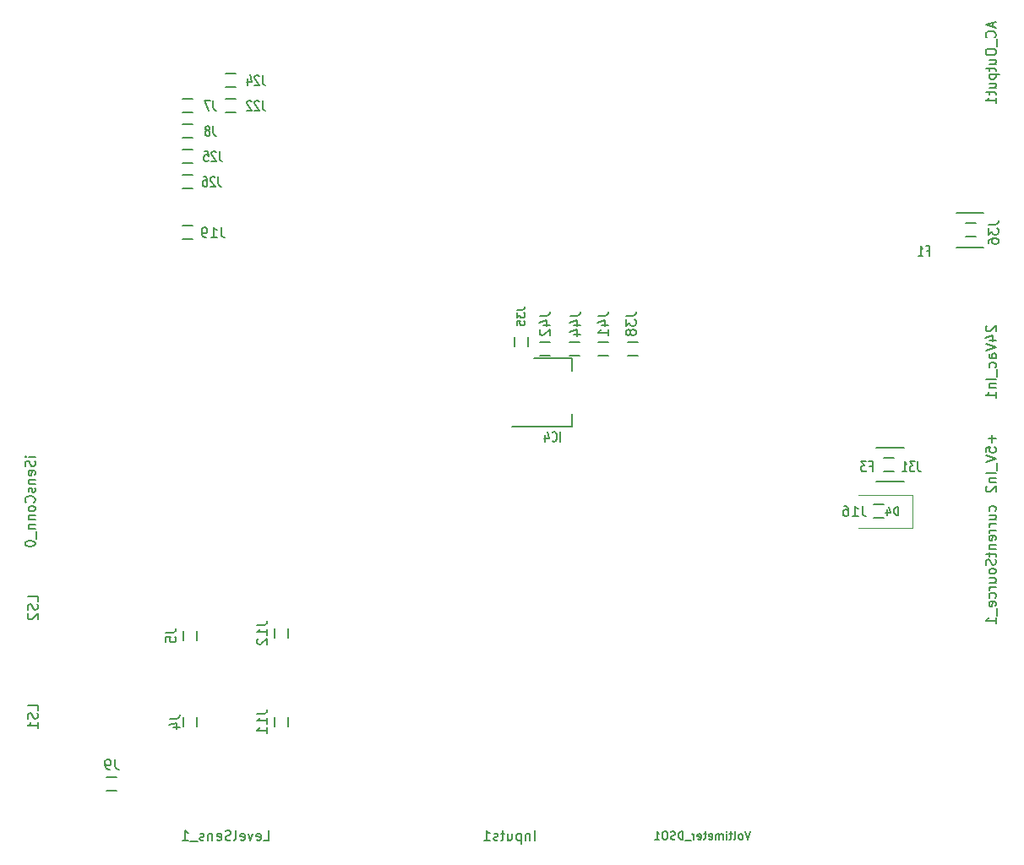
<source format=gbr>
G04 #@! TF.GenerationSoftware,KiCad,Pcbnew,5.1.9-73d0e3b20d~88~ubuntu20.04.1*
G04 #@! TF.CreationDate,2021-03-09T21:18:06-03:00*
G04 #@! TF.ProjectId,std_board,7374645f-626f-4617-9264-2e6b69636164,rev?*
G04 #@! TF.SameCoordinates,Original*
G04 #@! TF.FileFunction,Legend,Bot*
G04 #@! TF.FilePolarity,Positive*
%FSLAX46Y46*%
G04 Gerber Fmt 4.6, Leading zero omitted, Abs format (unit mm)*
G04 Created by KiCad (PCBNEW 5.1.9-73d0e3b20d~88~ubuntu20.04.1) date 2021-03-09 21:18:06*
%MOMM*%
%LPD*%
G01*
G04 APERTURE LIST*
%ADD10C,0.150000*%
%ADD11C,0.140000*%
%ADD12C,0.120000*%
%ADD13C,0.152400*%
G04 APERTURE END LIST*
D10*
X85765000Y-64175000D02*
X86765000Y-64175000D01*
X86765000Y-62825000D02*
X85765000Y-62825000D01*
X16597000Y-75446000D02*
X16597000Y-76446000D01*
X17947000Y-76446000D02*
X17947000Y-75446000D01*
X16597000Y-84082000D02*
X16597000Y-85082000D01*
X17947000Y-85082000D02*
X17947000Y-84082000D01*
D11*
X86749000Y-59476000D02*
X87749000Y-59476000D01*
X87749000Y-58126000D02*
X86749000Y-58126000D01*
D10*
X25741000Y-84082000D02*
X25741000Y-85082000D01*
X27091000Y-85082000D02*
X27091000Y-84082000D01*
X25741000Y-75192000D02*
X25741000Y-76192000D01*
X27091000Y-76192000D02*
X27091000Y-75192000D01*
D12*
X89665000Y-61850000D02*
X84265000Y-61850000D01*
X89665000Y-65150000D02*
X84265000Y-65150000D01*
X89665000Y-61850000D02*
X89665000Y-65150000D01*
D10*
X49744000Y-45982000D02*
X49744000Y-46982000D01*
X51094000Y-46982000D02*
X51094000Y-45982000D01*
D11*
X49494000Y-54972000D02*
X55504000Y-54972000D01*
X51744000Y-48152000D02*
X55504000Y-48152000D01*
X55504000Y-54972000D02*
X55504000Y-53712000D01*
X55504000Y-48152000D02*
X55504000Y-49412000D01*
X16518000Y-23535000D02*
X17518000Y-23535000D01*
X17518000Y-22185000D02*
X16518000Y-22185000D01*
X17518000Y-24725000D02*
X16518000Y-24725000D01*
X16518000Y-26075000D02*
X17518000Y-26075000D01*
D10*
X9898000Y-90130000D02*
X8898000Y-90130000D01*
X8898000Y-91480000D02*
X9898000Y-91480000D01*
D11*
X21836000Y-22185000D02*
X20836000Y-22185000D01*
X20836000Y-23535000D02*
X21836000Y-23535000D01*
X20836000Y-20995000D02*
X21836000Y-20995000D01*
X21836000Y-19645000D02*
X20836000Y-19645000D01*
X16518000Y-28615000D02*
X17518000Y-28615000D01*
X17518000Y-27265000D02*
X16518000Y-27265000D01*
X86011248Y-60511000D02*
X88783752Y-60511000D01*
X86011248Y-57091000D02*
X88783752Y-57091000D01*
X94012248Y-33596000D02*
X96784752Y-33596000D01*
X94012248Y-37016000D02*
X96784752Y-37016000D01*
X16518000Y-31155000D02*
X17518000Y-31155000D01*
X17518000Y-29805000D02*
X16518000Y-29805000D01*
D10*
X95004000Y-35981000D02*
X96004000Y-35981000D01*
X96004000Y-34631000D02*
X95004000Y-34631000D01*
X62095000Y-46569000D02*
X61095000Y-46569000D01*
X61095000Y-47919000D02*
X62095000Y-47919000D01*
X53332000Y-46569000D02*
X52332000Y-46569000D01*
X52332000Y-47919000D02*
X53332000Y-47919000D01*
X58174000Y-47919000D02*
X59174000Y-47919000D01*
X59174000Y-46569000D02*
X58174000Y-46569000D01*
X55253000Y-47919000D02*
X56253000Y-47919000D01*
X56253000Y-46569000D02*
X55253000Y-46569000D01*
X17518000Y-34885000D02*
X16518000Y-34885000D01*
X16518000Y-36235000D02*
X17518000Y-36235000D01*
D13*
X84629523Y-62952380D02*
X84629523Y-63666666D01*
X84677142Y-63809523D01*
X84772380Y-63904761D01*
X84915238Y-63952380D01*
X85010476Y-63952380D01*
X83629523Y-63952380D02*
X84200952Y-63952380D01*
X83915238Y-63952380D02*
X83915238Y-62952380D01*
X84010476Y-63095238D01*
X84105714Y-63190476D01*
X84200952Y-63238095D01*
X82772380Y-62952380D02*
X82962857Y-62952380D01*
X83058095Y-63000000D01*
X83105714Y-63047619D01*
X83200952Y-63190476D01*
X83248571Y-63380952D01*
X83248571Y-63761904D01*
X83200952Y-63857142D01*
X83153333Y-63904761D01*
X83058095Y-63952380D01*
X82867619Y-63952380D01*
X82772380Y-63904761D01*
X82724761Y-63857142D01*
X82677142Y-63761904D01*
X82677142Y-63523809D01*
X82724761Y-63428571D01*
X82772380Y-63380952D01*
X82867619Y-63333333D01*
X83058095Y-63333333D01*
X83153333Y-63380952D01*
X83200952Y-63428571D01*
X83248571Y-63523809D01*
X14824380Y-75612666D02*
X15538666Y-75612666D01*
X15681523Y-75565047D01*
X15776761Y-75469809D01*
X15824380Y-75326952D01*
X15824380Y-75231714D01*
X14824380Y-76565047D02*
X14824380Y-76088857D01*
X15300571Y-76041238D01*
X15252952Y-76088857D01*
X15205333Y-76184095D01*
X15205333Y-76422190D01*
X15252952Y-76517428D01*
X15300571Y-76565047D01*
X15395809Y-76612666D01*
X15633904Y-76612666D01*
X15729142Y-76565047D01*
X15776761Y-76517428D01*
X15824380Y-76422190D01*
X15824380Y-76184095D01*
X15776761Y-76088857D01*
X15729142Y-76041238D01*
X15200380Y-84248666D02*
X15914666Y-84248666D01*
X16057523Y-84201047D01*
X16152761Y-84105809D01*
X16200380Y-83962952D01*
X16200380Y-83867714D01*
X15533714Y-85153428D02*
X16200380Y-85153428D01*
X15152761Y-84915333D02*
X15867047Y-84677238D01*
X15867047Y-85296285D01*
X90182619Y-58507380D02*
X90182619Y-59221666D01*
X90220714Y-59364523D01*
X90296904Y-59459761D01*
X90411190Y-59507380D01*
X90487380Y-59507380D01*
X89877857Y-58507380D02*
X89382619Y-58507380D01*
X89649285Y-58888333D01*
X89535000Y-58888333D01*
X89458809Y-58935952D01*
X89420714Y-58983571D01*
X89382619Y-59078809D01*
X89382619Y-59316904D01*
X89420714Y-59412142D01*
X89458809Y-59459761D01*
X89535000Y-59507380D01*
X89763571Y-59507380D01*
X89839761Y-59459761D01*
X89877857Y-59412142D01*
X88620714Y-59507380D02*
X89077857Y-59507380D01*
X88849285Y-59507380D02*
X88849285Y-58507380D01*
X88925476Y-58650238D01*
X89001666Y-58745476D01*
X89077857Y-58793095D01*
X23968380Y-83772476D02*
X24682666Y-83772476D01*
X24825523Y-83724857D01*
X24920761Y-83629619D01*
X24968380Y-83486761D01*
X24968380Y-83391523D01*
X24968380Y-84772476D02*
X24968380Y-84201047D01*
X24968380Y-84486761D02*
X23968380Y-84486761D01*
X24111238Y-84391523D01*
X24206476Y-84296285D01*
X24254095Y-84201047D01*
X24968380Y-85724857D02*
X24968380Y-85153428D01*
X24968380Y-85439142D02*
X23968380Y-85439142D01*
X24111238Y-85343904D01*
X24206476Y-85248666D01*
X24254095Y-85153428D01*
X23968380Y-74882476D02*
X24682666Y-74882476D01*
X24825523Y-74834857D01*
X24920761Y-74739619D01*
X24968380Y-74596761D01*
X24968380Y-74501523D01*
X24968380Y-75882476D02*
X24968380Y-75311047D01*
X24968380Y-75596761D02*
X23968380Y-75596761D01*
X24111238Y-75501523D01*
X24206476Y-75406285D01*
X24254095Y-75311047D01*
X24063619Y-76263428D02*
X24016000Y-76311047D01*
X23968380Y-76406285D01*
X23968380Y-76644380D01*
X24016000Y-76739619D01*
X24063619Y-76787238D01*
X24158857Y-76834857D01*
X24254095Y-76834857D01*
X24396952Y-76787238D01*
X24968380Y-76215809D01*
X24968380Y-76834857D01*
D10*
X88220476Y-63861904D02*
X88220476Y-63061904D01*
X88030000Y-63061904D01*
X87915714Y-63100000D01*
X87839523Y-63176190D01*
X87801428Y-63252380D01*
X87763333Y-63404761D01*
X87763333Y-63519047D01*
X87801428Y-63671428D01*
X87839523Y-63747619D01*
X87915714Y-63823809D01*
X88030000Y-63861904D01*
X88220476Y-63861904D01*
X87077619Y-63328571D02*
X87077619Y-63861904D01*
X87268095Y-63023809D02*
X87458571Y-63595238D01*
X86963333Y-63595238D01*
D13*
X49980904Y-43294380D02*
X50552333Y-43294380D01*
X50666619Y-43256285D01*
X50742809Y-43180095D01*
X50780904Y-43065809D01*
X50780904Y-42989619D01*
X49980904Y-43599142D02*
X49980904Y-44094380D01*
X50285666Y-43827714D01*
X50285666Y-43942000D01*
X50323761Y-44018190D01*
X50361857Y-44056285D01*
X50438047Y-44094380D01*
X50628523Y-44094380D01*
X50704714Y-44056285D01*
X50742809Y-44018190D01*
X50780904Y-43942000D01*
X50780904Y-43713428D01*
X50742809Y-43637238D01*
X50704714Y-43599142D01*
X49980904Y-44818190D02*
X49980904Y-44437238D01*
X50361857Y-44399142D01*
X50323761Y-44437238D01*
X50285666Y-44513428D01*
X50285666Y-44703904D01*
X50323761Y-44780095D01*
X50361857Y-44818190D01*
X50438047Y-44856285D01*
X50628523Y-44856285D01*
X50704714Y-44818190D01*
X50742809Y-44780095D01*
X50780904Y-44703904D01*
X50780904Y-44513428D01*
X50742809Y-44437238D01*
X50704714Y-44399142D01*
D10*
X54374952Y-56514380D02*
X54374952Y-55514380D01*
X53536857Y-56419142D02*
X53574952Y-56466761D01*
X53689238Y-56514380D01*
X53765428Y-56514380D01*
X53879714Y-56466761D01*
X53955904Y-56371523D01*
X53994000Y-56276285D01*
X54032095Y-56085809D01*
X54032095Y-55942952D01*
X53994000Y-55752476D01*
X53955904Y-55657238D01*
X53879714Y-55562000D01*
X53765428Y-55514380D01*
X53689238Y-55514380D01*
X53574952Y-55562000D01*
X53536857Y-55609619D01*
X52851142Y-55847714D02*
X52851142Y-56514380D01*
X53041619Y-55466761D02*
X53232095Y-56181047D01*
X52736857Y-56181047D01*
D13*
X19570666Y-22312380D02*
X19570666Y-23026666D01*
X19608761Y-23169523D01*
X19684952Y-23264761D01*
X19799238Y-23312380D01*
X19875428Y-23312380D01*
X19265904Y-22312380D02*
X18732571Y-22312380D01*
X19075428Y-23312380D01*
X19570666Y-24852380D02*
X19570666Y-25566666D01*
X19608761Y-25709523D01*
X19684952Y-25804761D01*
X19799238Y-25852380D01*
X19875428Y-25852380D01*
X19075428Y-25280952D02*
X19151619Y-25233333D01*
X19189714Y-25185714D01*
X19227809Y-25090476D01*
X19227809Y-25042857D01*
X19189714Y-24947619D01*
X19151619Y-24900000D01*
X19075428Y-24852380D01*
X18923047Y-24852380D01*
X18846857Y-24900000D01*
X18808761Y-24947619D01*
X18770666Y-25042857D01*
X18770666Y-25090476D01*
X18808761Y-25185714D01*
X18846857Y-25233333D01*
X18923047Y-25280952D01*
X19075428Y-25280952D01*
X19151619Y-25328571D01*
X19189714Y-25376190D01*
X19227809Y-25471428D01*
X19227809Y-25661904D01*
X19189714Y-25757142D01*
X19151619Y-25804761D01*
X19075428Y-25852380D01*
X18923047Y-25852380D01*
X18846857Y-25804761D01*
X18808761Y-25757142D01*
X18770666Y-25661904D01*
X18770666Y-25471428D01*
X18808761Y-25376190D01*
X18846857Y-25328571D01*
X18923047Y-25280952D01*
X9731333Y-88357380D02*
X9731333Y-89071666D01*
X9778952Y-89214523D01*
X9874190Y-89309761D01*
X10017047Y-89357380D01*
X10112285Y-89357380D01*
X9207523Y-89357380D02*
X9017047Y-89357380D01*
X8921809Y-89309761D01*
X8874190Y-89262142D01*
X8778952Y-89119285D01*
X8731333Y-88928809D01*
X8731333Y-88547857D01*
X8778952Y-88452619D01*
X8826571Y-88405000D01*
X8921809Y-88357380D01*
X9112285Y-88357380D01*
X9207523Y-88405000D01*
X9255142Y-88452619D01*
X9302761Y-88547857D01*
X9302761Y-88785952D01*
X9255142Y-88881190D01*
X9207523Y-88928809D01*
X9112285Y-88976428D01*
X8921809Y-88976428D01*
X8826571Y-88928809D01*
X8778952Y-88881190D01*
X8731333Y-88785952D01*
X24523619Y-22312380D02*
X24523619Y-23026666D01*
X24561714Y-23169523D01*
X24637904Y-23264761D01*
X24752190Y-23312380D01*
X24828380Y-23312380D01*
X24180761Y-22407619D02*
X24142666Y-22360000D01*
X24066476Y-22312380D01*
X23876000Y-22312380D01*
X23799809Y-22360000D01*
X23761714Y-22407619D01*
X23723619Y-22502857D01*
X23723619Y-22598095D01*
X23761714Y-22740952D01*
X24218857Y-23312380D01*
X23723619Y-23312380D01*
X23418857Y-22407619D02*
X23380761Y-22360000D01*
X23304571Y-22312380D01*
X23114095Y-22312380D01*
X23037904Y-22360000D01*
X22999809Y-22407619D01*
X22961714Y-22502857D01*
X22961714Y-22598095D01*
X22999809Y-22740952D01*
X23456952Y-23312380D01*
X22961714Y-23312380D01*
X24523619Y-19772380D02*
X24523619Y-20486666D01*
X24561714Y-20629523D01*
X24637904Y-20724761D01*
X24752190Y-20772380D01*
X24828380Y-20772380D01*
X24180761Y-19867619D02*
X24142666Y-19820000D01*
X24066476Y-19772380D01*
X23876000Y-19772380D01*
X23799809Y-19820000D01*
X23761714Y-19867619D01*
X23723619Y-19962857D01*
X23723619Y-20058095D01*
X23761714Y-20200952D01*
X24218857Y-20772380D01*
X23723619Y-20772380D01*
X23037904Y-20105714D02*
X23037904Y-20772380D01*
X23228380Y-19724761D02*
X23418857Y-20439047D01*
X22923619Y-20439047D01*
X20205619Y-27392380D02*
X20205619Y-28106666D01*
X20243714Y-28249523D01*
X20319904Y-28344761D01*
X20434190Y-28392380D01*
X20510380Y-28392380D01*
X19862761Y-27487619D02*
X19824666Y-27440000D01*
X19748476Y-27392380D01*
X19558000Y-27392380D01*
X19481809Y-27440000D01*
X19443714Y-27487619D01*
X19405619Y-27582857D01*
X19405619Y-27678095D01*
X19443714Y-27820952D01*
X19900857Y-28392380D01*
X19405619Y-28392380D01*
X18681809Y-27392380D02*
X19062761Y-27392380D01*
X19100857Y-27868571D01*
X19062761Y-27820952D01*
X18986571Y-27773333D01*
X18796095Y-27773333D01*
X18719904Y-27820952D01*
X18681809Y-27868571D01*
X18643714Y-27963809D01*
X18643714Y-28201904D01*
X18681809Y-28297142D01*
X18719904Y-28344761D01*
X18796095Y-28392380D01*
X18986571Y-28392380D01*
X19062761Y-28344761D01*
X19100857Y-28297142D01*
D10*
X85356666Y-58983571D02*
X85623333Y-58983571D01*
X85623333Y-59507380D02*
X85623333Y-58507380D01*
X85242380Y-58507380D01*
X85013809Y-58507380D02*
X84518571Y-58507380D01*
X84785238Y-58888333D01*
X84670952Y-58888333D01*
X84594761Y-58935952D01*
X84556666Y-58983571D01*
X84518571Y-59078809D01*
X84518571Y-59316904D01*
X84556666Y-59412142D01*
X84594761Y-59459761D01*
X84670952Y-59507380D01*
X84899523Y-59507380D01*
X84975714Y-59459761D01*
X85013809Y-59412142D01*
X91071666Y-37393571D02*
X91338333Y-37393571D01*
X91338333Y-37917380D02*
X91338333Y-36917380D01*
X90957380Y-36917380D01*
X90233571Y-37917380D02*
X90690714Y-37917380D01*
X90462142Y-37917380D02*
X90462142Y-36917380D01*
X90538333Y-37060238D01*
X90614523Y-37155476D01*
X90690714Y-37203095D01*
D13*
X20078619Y-29932380D02*
X20078619Y-30646666D01*
X20116714Y-30789523D01*
X20192904Y-30884761D01*
X20307190Y-30932380D01*
X20383380Y-30932380D01*
X19735761Y-30027619D02*
X19697666Y-29980000D01*
X19621476Y-29932380D01*
X19431000Y-29932380D01*
X19354809Y-29980000D01*
X19316714Y-30027619D01*
X19278619Y-30122857D01*
X19278619Y-30218095D01*
X19316714Y-30360952D01*
X19773857Y-30932380D01*
X19278619Y-30932380D01*
X18592904Y-29932380D02*
X18745285Y-29932380D01*
X18821476Y-29980000D01*
X18859571Y-30027619D01*
X18935761Y-30170476D01*
X18973857Y-30360952D01*
X18973857Y-30741904D01*
X18935761Y-30837142D01*
X18897666Y-30884761D01*
X18821476Y-30932380D01*
X18669095Y-30932380D01*
X18592904Y-30884761D01*
X18554809Y-30837142D01*
X18516714Y-30741904D01*
X18516714Y-30503809D01*
X18554809Y-30408571D01*
X18592904Y-30360952D01*
X18669095Y-30313333D01*
X18821476Y-30313333D01*
X18897666Y-30360952D01*
X18935761Y-30408571D01*
X18973857Y-30503809D01*
D10*
X97607428Y-55840666D02*
X97607428Y-56602571D01*
X97988380Y-56221619D02*
X97226476Y-56221619D01*
X96988380Y-57554952D02*
X96988380Y-57078761D01*
X97464571Y-57031142D01*
X97416952Y-57078761D01*
X97369333Y-57174000D01*
X97369333Y-57412095D01*
X97416952Y-57507333D01*
X97464571Y-57554952D01*
X97559809Y-57602571D01*
X97797904Y-57602571D01*
X97893142Y-57554952D01*
X97940761Y-57507333D01*
X97988380Y-57412095D01*
X97988380Y-57174000D01*
X97940761Y-57078761D01*
X97893142Y-57031142D01*
X96988380Y-57888285D02*
X97988380Y-58221619D01*
X96988380Y-58554952D01*
X98083619Y-58650190D02*
X98083619Y-59412095D01*
X97988380Y-59650190D02*
X96988380Y-59650190D01*
X97321714Y-60126380D02*
X97988380Y-60126380D01*
X97416952Y-60126380D02*
X97369333Y-60174000D01*
X97321714Y-60269238D01*
X97321714Y-60412095D01*
X97369333Y-60507333D01*
X97464571Y-60554952D01*
X97988380Y-60554952D01*
X97083619Y-60983523D02*
X97036000Y-61031142D01*
X96988380Y-61126380D01*
X96988380Y-61364476D01*
X97036000Y-61459714D01*
X97083619Y-61507333D01*
X97178857Y-61554952D01*
X97274095Y-61554952D01*
X97416952Y-61507333D01*
X97988380Y-60935904D01*
X97988380Y-61554952D01*
X97083619Y-44894952D02*
X97036000Y-44942571D01*
X96988380Y-45037809D01*
X96988380Y-45275904D01*
X97036000Y-45371142D01*
X97083619Y-45418761D01*
X97178857Y-45466380D01*
X97274095Y-45466380D01*
X97416952Y-45418761D01*
X97988380Y-44847333D01*
X97988380Y-45466380D01*
X97321714Y-46323523D02*
X97988380Y-46323523D01*
X96940761Y-46085428D02*
X97655047Y-45847333D01*
X97655047Y-46466380D01*
X96988380Y-46704476D02*
X97988380Y-47037809D01*
X96988380Y-47371142D01*
X97988380Y-48133047D02*
X97464571Y-48133047D01*
X97369333Y-48085428D01*
X97321714Y-47990190D01*
X97321714Y-47799714D01*
X97369333Y-47704476D01*
X97940761Y-48133047D02*
X97988380Y-48037809D01*
X97988380Y-47799714D01*
X97940761Y-47704476D01*
X97845523Y-47656857D01*
X97750285Y-47656857D01*
X97655047Y-47704476D01*
X97607428Y-47799714D01*
X97607428Y-48037809D01*
X97559809Y-48133047D01*
X97940761Y-49037809D02*
X97988380Y-48942571D01*
X97988380Y-48752095D01*
X97940761Y-48656857D01*
X97893142Y-48609238D01*
X97797904Y-48561619D01*
X97512190Y-48561619D01*
X97416952Y-48609238D01*
X97369333Y-48656857D01*
X97321714Y-48752095D01*
X97321714Y-48942571D01*
X97369333Y-49037809D01*
X98083619Y-49228285D02*
X98083619Y-49990190D01*
X97988380Y-50228285D02*
X96988380Y-50228285D01*
X97321714Y-50704476D02*
X97988380Y-50704476D01*
X97416952Y-50704476D02*
X97369333Y-50752095D01*
X97321714Y-50847333D01*
X97321714Y-50990190D01*
X97369333Y-51085428D01*
X97464571Y-51133047D01*
X97988380Y-51133047D01*
X97988380Y-52133047D02*
X97988380Y-51561619D01*
X97988380Y-51847333D02*
X96988380Y-51847333D01*
X97131238Y-51752095D01*
X97226476Y-51656857D01*
X97274095Y-51561619D01*
X97702666Y-14494380D02*
X97702666Y-14970571D01*
X97988380Y-14399142D02*
X96988380Y-14732476D01*
X97988380Y-15065809D01*
X97893142Y-15970571D02*
X97940761Y-15922952D01*
X97988380Y-15780095D01*
X97988380Y-15684857D01*
X97940761Y-15542000D01*
X97845523Y-15446761D01*
X97750285Y-15399142D01*
X97559809Y-15351523D01*
X97416952Y-15351523D01*
X97226476Y-15399142D01*
X97131238Y-15446761D01*
X97036000Y-15542000D01*
X96988380Y-15684857D01*
X96988380Y-15780095D01*
X97036000Y-15922952D01*
X97083619Y-15970571D01*
X98083619Y-16161047D02*
X98083619Y-16922952D01*
X96988380Y-17351523D02*
X96988380Y-17542000D01*
X97036000Y-17637238D01*
X97131238Y-17732476D01*
X97321714Y-17780095D01*
X97655047Y-17780095D01*
X97845523Y-17732476D01*
X97940761Y-17637238D01*
X97988380Y-17542000D01*
X97988380Y-17351523D01*
X97940761Y-17256285D01*
X97845523Y-17161047D01*
X97655047Y-17113428D01*
X97321714Y-17113428D01*
X97131238Y-17161047D01*
X97036000Y-17256285D01*
X96988380Y-17351523D01*
X97321714Y-18637238D02*
X97988380Y-18637238D01*
X97321714Y-18208666D02*
X97845523Y-18208666D01*
X97940761Y-18256285D01*
X97988380Y-18351523D01*
X97988380Y-18494380D01*
X97940761Y-18589619D01*
X97893142Y-18637238D01*
X97321714Y-18970571D02*
X97321714Y-19351523D01*
X96988380Y-19113428D02*
X97845523Y-19113428D01*
X97940761Y-19161047D01*
X97988380Y-19256285D01*
X97988380Y-19351523D01*
X97321714Y-19684857D02*
X98321714Y-19684857D01*
X97369333Y-19684857D02*
X97321714Y-19780095D01*
X97321714Y-19970571D01*
X97369333Y-20065809D01*
X97416952Y-20113428D01*
X97512190Y-20161047D01*
X97797904Y-20161047D01*
X97893142Y-20113428D01*
X97940761Y-20065809D01*
X97988380Y-19970571D01*
X97988380Y-19780095D01*
X97940761Y-19684857D01*
X97321714Y-21018190D02*
X97988380Y-21018190D01*
X97321714Y-20589619D02*
X97845523Y-20589619D01*
X97940761Y-20637238D01*
X97988380Y-20732476D01*
X97988380Y-20875333D01*
X97940761Y-20970571D01*
X97893142Y-21018190D01*
X97321714Y-21351523D02*
X97321714Y-21732476D01*
X96988380Y-21494380D02*
X97845523Y-21494380D01*
X97940761Y-21542000D01*
X97988380Y-21637238D01*
X97988380Y-21732476D01*
X97988380Y-22589619D02*
X97988380Y-22018190D01*
X97988380Y-22303904D02*
X96988380Y-22303904D01*
X97131238Y-22208666D01*
X97226476Y-22113428D01*
X97274095Y-22018190D01*
X97940761Y-63429238D02*
X97988380Y-63334000D01*
X97988380Y-63143523D01*
X97940761Y-63048285D01*
X97893142Y-63000666D01*
X97797904Y-62953047D01*
X97512190Y-62953047D01*
X97416952Y-63000666D01*
X97369333Y-63048285D01*
X97321714Y-63143523D01*
X97321714Y-63334000D01*
X97369333Y-63429238D01*
X97321714Y-64286380D02*
X97988380Y-64286380D01*
X97321714Y-63857809D02*
X97845523Y-63857809D01*
X97940761Y-63905428D01*
X97988380Y-64000666D01*
X97988380Y-64143523D01*
X97940761Y-64238761D01*
X97893142Y-64286380D01*
X97988380Y-64762571D02*
X97321714Y-64762571D01*
X97512190Y-64762571D02*
X97416952Y-64810190D01*
X97369333Y-64857809D01*
X97321714Y-64953047D01*
X97321714Y-65048285D01*
X97988380Y-65381619D02*
X97321714Y-65381619D01*
X97512190Y-65381619D02*
X97416952Y-65429238D01*
X97369333Y-65476857D01*
X97321714Y-65572095D01*
X97321714Y-65667333D01*
X97940761Y-66381619D02*
X97988380Y-66286380D01*
X97988380Y-66095904D01*
X97940761Y-66000666D01*
X97845523Y-65953047D01*
X97464571Y-65953047D01*
X97369333Y-66000666D01*
X97321714Y-66095904D01*
X97321714Y-66286380D01*
X97369333Y-66381619D01*
X97464571Y-66429238D01*
X97559809Y-66429238D01*
X97655047Y-65953047D01*
X97321714Y-66857809D02*
X97988380Y-66857809D01*
X97416952Y-66857809D02*
X97369333Y-66905428D01*
X97321714Y-67000666D01*
X97321714Y-67143523D01*
X97369333Y-67238761D01*
X97464571Y-67286380D01*
X97988380Y-67286380D01*
X97321714Y-67619714D02*
X97321714Y-68000666D01*
X96988380Y-67762571D02*
X97845523Y-67762571D01*
X97940761Y-67810190D01*
X97988380Y-67905428D01*
X97988380Y-68000666D01*
X97940761Y-68286380D02*
X97988380Y-68429238D01*
X97988380Y-68667333D01*
X97940761Y-68762571D01*
X97893142Y-68810190D01*
X97797904Y-68857809D01*
X97702666Y-68857809D01*
X97607428Y-68810190D01*
X97559809Y-68762571D01*
X97512190Y-68667333D01*
X97464571Y-68476857D01*
X97416952Y-68381619D01*
X97369333Y-68334000D01*
X97274095Y-68286380D01*
X97178857Y-68286380D01*
X97083619Y-68334000D01*
X97036000Y-68381619D01*
X96988380Y-68476857D01*
X96988380Y-68714952D01*
X97036000Y-68857809D01*
X97988380Y-69429238D02*
X97940761Y-69334000D01*
X97893142Y-69286380D01*
X97797904Y-69238761D01*
X97512190Y-69238761D01*
X97416952Y-69286380D01*
X97369333Y-69334000D01*
X97321714Y-69429238D01*
X97321714Y-69572095D01*
X97369333Y-69667333D01*
X97416952Y-69714952D01*
X97512190Y-69762571D01*
X97797904Y-69762571D01*
X97893142Y-69714952D01*
X97940761Y-69667333D01*
X97988380Y-69572095D01*
X97988380Y-69429238D01*
X97321714Y-70619714D02*
X97988380Y-70619714D01*
X97321714Y-70191142D02*
X97845523Y-70191142D01*
X97940761Y-70238761D01*
X97988380Y-70334000D01*
X97988380Y-70476857D01*
X97940761Y-70572095D01*
X97893142Y-70619714D01*
X97988380Y-71095904D02*
X97321714Y-71095904D01*
X97512190Y-71095904D02*
X97416952Y-71143523D01*
X97369333Y-71191142D01*
X97321714Y-71286380D01*
X97321714Y-71381619D01*
X97940761Y-72143523D02*
X97988380Y-72048285D01*
X97988380Y-71857809D01*
X97940761Y-71762571D01*
X97893142Y-71714952D01*
X97797904Y-71667333D01*
X97512190Y-71667333D01*
X97416952Y-71714952D01*
X97369333Y-71762571D01*
X97321714Y-71857809D01*
X97321714Y-72048285D01*
X97369333Y-72143523D01*
X97940761Y-72953047D02*
X97988380Y-72857809D01*
X97988380Y-72667333D01*
X97940761Y-72572095D01*
X97845523Y-72524476D01*
X97464571Y-72524476D01*
X97369333Y-72572095D01*
X97321714Y-72667333D01*
X97321714Y-72857809D01*
X97369333Y-72953047D01*
X97464571Y-73000666D01*
X97559809Y-73000666D01*
X97655047Y-72524476D01*
X98083619Y-73191142D02*
X98083619Y-73953047D01*
X97988380Y-74714952D02*
X97988380Y-74143523D01*
X97988380Y-74429238D02*
X96988380Y-74429238D01*
X97131238Y-74334000D01*
X97226476Y-74238761D01*
X97274095Y-74143523D01*
X24637523Y-96464380D02*
X25113714Y-96464380D01*
X25113714Y-95464380D01*
X23923238Y-96416761D02*
X24018476Y-96464380D01*
X24208952Y-96464380D01*
X24304190Y-96416761D01*
X24351809Y-96321523D01*
X24351809Y-95940571D01*
X24304190Y-95845333D01*
X24208952Y-95797714D01*
X24018476Y-95797714D01*
X23923238Y-95845333D01*
X23875619Y-95940571D01*
X23875619Y-96035809D01*
X24351809Y-96131047D01*
X23542285Y-95797714D02*
X23304190Y-96464380D01*
X23066095Y-95797714D01*
X22304190Y-96416761D02*
X22399428Y-96464380D01*
X22589904Y-96464380D01*
X22685142Y-96416761D01*
X22732761Y-96321523D01*
X22732761Y-95940571D01*
X22685142Y-95845333D01*
X22589904Y-95797714D01*
X22399428Y-95797714D01*
X22304190Y-95845333D01*
X22256571Y-95940571D01*
X22256571Y-96035809D01*
X22732761Y-96131047D01*
X21685142Y-96464380D02*
X21780380Y-96416761D01*
X21828000Y-96321523D01*
X21828000Y-95464380D01*
X21351809Y-96416761D02*
X21208952Y-96464380D01*
X20970857Y-96464380D01*
X20875619Y-96416761D01*
X20828000Y-96369142D01*
X20780380Y-96273904D01*
X20780380Y-96178666D01*
X20828000Y-96083428D01*
X20875619Y-96035809D01*
X20970857Y-95988190D01*
X21161333Y-95940571D01*
X21256571Y-95892952D01*
X21304190Y-95845333D01*
X21351809Y-95750095D01*
X21351809Y-95654857D01*
X21304190Y-95559619D01*
X21256571Y-95512000D01*
X21161333Y-95464380D01*
X20923238Y-95464380D01*
X20780380Y-95512000D01*
X19970857Y-96416761D02*
X20066095Y-96464380D01*
X20256571Y-96464380D01*
X20351809Y-96416761D01*
X20399428Y-96321523D01*
X20399428Y-95940571D01*
X20351809Y-95845333D01*
X20256571Y-95797714D01*
X20066095Y-95797714D01*
X19970857Y-95845333D01*
X19923238Y-95940571D01*
X19923238Y-96035809D01*
X20399428Y-96131047D01*
X19494666Y-95797714D02*
X19494666Y-96464380D01*
X19494666Y-95892952D02*
X19447047Y-95845333D01*
X19351809Y-95797714D01*
X19208952Y-95797714D01*
X19113714Y-95845333D01*
X19066095Y-95940571D01*
X19066095Y-96464380D01*
X18637523Y-96416761D02*
X18542285Y-96464380D01*
X18351809Y-96464380D01*
X18256571Y-96416761D01*
X18208952Y-96321523D01*
X18208952Y-96273904D01*
X18256571Y-96178666D01*
X18351809Y-96131047D01*
X18494666Y-96131047D01*
X18589904Y-96083428D01*
X18637523Y-95988190D01*
X18637523Y-95940571D01*
X18589904Y-95845333D01*
X18494666Y-95797714D01*
X18351809Y-95797714D01*
X18256571Y-95845333D01*
X18018476Y-96559619D02*
X17256571Y-96559619D01*
X16494666Y-96464380D02*
X17066095Y-96464380D01*
X16780380Y-96464380D02*
X16780380Y-95464380D01*
X16875619Y-95607238D01*
X16970857Y-95702476D01*
X17066095Y-95750095D01*
X73418095Y-95573904D02*
X73151428Y-96373904D01*
X72884761Y-95573904D01*
X72503809Y-96373904D02*
X72580000Y-96335809D01*
X72618095Y-96297714D01*
X72656190Y-96221523D01*
X72656190Y-95992952D01*
X72618095Y-95916761D01*
X72580000Y-95878666D01*
X72503809Y-95840571D01*
X72389523Y-95840571D01*
X72313333Y-95878666D01*
X72275238Y-95916761D01*
X72237142Y-95992952D01*
X72237142Y-96221523D01*
X72275238Y-96297714D01*
X72313333Y-96335809D01*
X72389523Y-96373904D01*
X72503809Y-96373904D01*
X71780000Y-96373904D02*
X71856190Y-96335809D01*
X71894285Y-96259619D01*
X71894285Y-95573904D01*
X71589523Y-95840571D02*
X71284761Y-95840571D01*
X71475238Y-95573904D02*
X71475238Y-96259619D01*
X71437142Y-96335809D01*
X71360952Y-96373904D01*
X71284761Y-96373904D01*
X71018095Y-96373904D02*
X71018095Y-95840571D01*
X71018095Y-95573904D02*
X71056190Y-95612000D01*
X71018095Y-95650095D01*
X70980000Y-95612000D01*
X71018095Y-95573904D01*
X71018095Y-95650095D01*
X70637142Y-96373904D02*
X70637142Y-95840571D01*
X70637142Y-95916761D02*
X70599047Y-95878666D01*
X70522857Y-95840571D01*
X70408571Y-95840571D01*
X70332380Y-95878666D01*
X70294285Y-95954857D01*
X70294285Y-96373904D01*
X70294285Y-95954857D02*
X70256190Y-95878666D01*
X70180000Y-95840571D01*
X70065714Y-95840571D01*
X69989523Y-95878666D01*
X69951428Y-95954857D01*
X69951428Y-96373904D01*
X69265714Y-96335809D02*
X69341904Y-96373904D01*
X69494285Y-96373904D01*
X69570476Y-96335809D01*
X69608571Y-96259619D01*
X69608571Y-95954857D01*
X69570476Y-95878666D01*
X69494285Y-95840571D01*
X69341904Y-95840571D01*
X69265714Y-95878666D01*
X69227619Y-95954857D01*
X69227619Y-96031047D01*
X69608571Y-96107238D01*
X68999047Y-95840571D02*
X68694285Y-95840571D01*
X68884761Y-95573904D02*
X68884761Y-96259619D01*
X68846666Y-96335809D01*
X68770476Y-96373904D01*
X68694285Y-96373904D01*
X68122857Y-96335809D02*
X68199047Y-96373904D01*
X68351428Y-96373904D01*
X68427619Y-96335809D01*
X68465714Y-96259619D01*
X68465714Y-95954857D01*
X68427619Y-95878666D01*
X68351428Y-95840571D01*
X68199047Y-95840571D01*
X68122857Y-95878666D01*
X68084761Y-95954857D01*
X68084761Y-96031047D01*
X68465714Y-96107238D01*
X67741904Y-96373904D02*
X67741904Y-95840571D01*
X67741904Y-95992952D02*
X67703809Y-95916761D01*
X67665714Y-95878666D01*
X67589523Y-95840571D01*
X67513333Y-95840571D01*
X67437142Y-96450095D02*
X66827619Y-96450095D01*
X66637142Y-96373904D02*
X66637142Y-95573904D01*
X66446666Y-95573904D01*
X66332380Y-95612000D01*
X66256190Y-95688190D01*
X66218095Y-95764380D01*
X66180000Y-95916761D01*
X66180000Y-96031047D01*
X66218095Y-96183428D01*
X66256190Y-96259619D01*
X66332380Y-96335809D01*
X66446666Y-96373904D01*
X66637142Y-96373904D01*
X65875238Y-96335809D02*
X65760952Y-96373904D01*
X65570476Y-96373904D01*
X65494285Y-96335809D01*
X65456190Y-96297714D01*
X65418095Y-96221523D01*
X65418095Y-96145333D01*
X65456190Y-96069142D01*
X65494285Y-96031047D01*
X65570476Y-95992952D01*
X65722857Y-95954857D01*
X65799047Y-95916761D01*
X65837142Y-95878666D01*
X65875238Y-95802476D01*
X65875238Y-95726285D01*
X65837142Y-95650095D01*
X65799047Y-95612000D01*
X65722857Y-95573904D01*
X65532380Y-95573904D01*
X65418095Y-95612000D01*
X64922857Y-95573904D02*
X64770476Y-95573904D01*
X64694285Y-95612000D01*
X64618095Y-95688190D01*
X64580000Y-95840571D01*
X64580000Y-96107238D01*
X64618095Y-96259619D01*
X64694285Y-96335809D01*
X64770476Y-96373904D01*
X64922857Y-96373904D01*
X64999047Y-96335809D01*
X65075238Y-96259619D01*
X65113333Y-96107238D01*
X65113333Y-95840571D01*
X65075238Y-95688190D01*
X64999047Y-95612000D01*
X64922857Y-95573904D01*
X63818095Y-96373904D02*
X64275238Y-96373904D01*
X64046666Y-96373904D02*
X64046666Y-95573904D01*
X64122857Y-95688190D01*
X64199047Y-95764380D01*
X64275238Y-95802476D01*
X1722380Y-58007809D02*
X1055714Y-58007809D01*
X722380Y-58007809D02*
X770000Y-57960190D01*
X817619Y-58007809D01*
X770000Y-58055428D01*
X722380Y-58007809D01*
X817619Y-58007809D01*
X1674761Y-58436380D02*
X1722380Y-58579238D01*
X1722380Y-58817333D01*
X1674761Y-58912571D01*
X1627142Y-58960190D01*
X1531904Y-59007809D01*
X1436666Y-59007809D01*
X1341428Y-58960190D01*
X1293809Y-58912571D01*
X1246190Y-58817333D01*
X1198571Y-58626857D01*
X1150952Y-58531619D01*
X1103333Y-58484000D01*
X1008095Y-58436380D01*
X912857Y-58436380D01*
X817619Y-58484000D01*
X770000Y-58531619D01*
X722380Y-58626857D01*
X722380Y-58864952D01*
X770000Y-59007809D01*
X1674761Y-59817333D02*
X1722380Y-59722095D01*
X1722380Y-59531619D01*
X1674761Y-59436380D01*
X1579523Y-59388761D01*
X1198571Y-59388761D01*
X1103333Y-59436380D01*
X1055714Y-59531619D01*
X1055714Y-59722095D01*
X1103333Y-59817333D01*
X1198571Y-59864952D01*
X1293809Y-59864952D01*
X1389047Y-59388761D01*
X1055714Y-60293523D02*
X1722380Y-60293523D01*
X1150952Y-60293523D02*
X1103333Y-60341142D01*
X1055714Y-60436380D01*
X1055714Y-60579238D01*
X1103333Y-60674476D01*
X1198571Y-60722095D01*
X1722380Y-60722095D01*
X1674761Y-61150666D02*
X1722380Y-61245904D01*
X1722380Y-61436380D01*
X1674761Y-61531619D01*
X1579523Y-61579238D01*
X1531904Y-61579238D01*
X1436666Y-61531619D01*
X1389047Y-61436380D01*
X1389047Y-61293523D01*
X1341428Y-61198285D01*
X1246190Y-61150666D01*
X1198571Y-61150666D01*
X1103333Y-61198285D01*
X1055714Y-61293523D01*
X1055714Y-61436380D01*
X1103333Y-61531619D01*
X1627142Y-62579238D02*
X1674761Y-62531619D01*
X1722380Y-62388761D01*
X1722380Y-62293523D01*
X1674761Y-62150666D01*
X1579523Y-62055428D01*
X1484285Y-62007809D01*
X1293809Y-61960190D01*
X1150952Y-61960190D01*
X960476Y-62007809D01*
X865238Y-62055428D01*
X770000Y-62150666D01*
X722380Y-62293523D01*
X722380Y-62388761D01*
X770000Y-62531619D01*
X817619Y-62579238D01*
X1722380Y-63150666D02*
X1674761Y-63055428D01*
X1627142Y-63007809D01*
X1531904Y-62960190D01*
X1246190Y-62960190D01*
X1150952Y-63007809D01*
X1103333Y-63055428D01*
X1055714Y-63150666D01*
X1055714Y-63293523D01*
X1103333Y-63388761D01*
X1150952Y-63436380D01*
X1246190Y-63484000D01*
X1531904Y-63484000D01*
X1627142Y-63436380D01*
X1674761Y-63388761D01*
X1722380Y-63293523D01*
X1722380Y-63150666D01*
X1055714Y-63912571D02*
X1722380Y-63912571D01*
X1150952Y-63912571D02*
X1103333Y-63960190D01*
X1055714Y-64055428D01*
X1055714Y-64198285D01*
X1103333Y-64293523D01*
X1198571Y-64341142D01*
X1722380Y-64341142D01*
X1055714Y-64817333D02*
X1722380Y-64817333D01*
X1150952Y-64817333D02*
X1103333Y-64864952D01*
X1055714Y-64960190D01*
X1055714Y-65103047D01*
X1103333Y-65198285D01*
X1198571Y-65245904D01*
X1722380Y-65245904D01*
X1817619Y-65484000D02*
X1817619Y-66245904D01*
X722380Y-66674476D02*
X722380Y-66769714D01*
X769999Y-66864952D01*
X817619Y-66912571D01*
X912857Y-66960190D01*
X1103333Y-67007809D01*
X1341428Y-67007809D01*
X1531904Y-66960190D01*
X1627142Y-66912571D01*
X1674761Y-66864952D01*
X1722380Y-66769714D01*
X1722380Y-66674476D01*
X1674761Y-66579238D01*
X1627142Y-66531619D01*
X1531904Y-66484000D01*
X1341428Y-66436380D01*
X1103333Y-66436380D01*
X912857Y-66484000D01*
X817619Y-66531619D01*
X769999Y-66579238D01*
X722380Y-66674476D01*
X1976380Y-83431142D02*
X1976380Y-82954952D01*
X976380Y-82954952D01*
X1928761Y-83716857D02*
X1976380Y-83859714D01*
X1976380Y-84097809D01*
X1928761Y-84193047D01*
X1881142Y-84240666D01*
X1785904Y-84288285D01*
X1690666Y-84288285D01*
X1595428Y-84240666D01*
X1547809Y-84193047D01*
X1500190Y-84097809D01*
X1452571Y-83907333D01*
X1404952Y-83812095D01*
X1357333Y-83764476D01*
X1262095Y-83716857D01*
X1166857Y-83716857D01*
X1071619Y-83764476D01*
X1024000Y-83812095D01*
X976380Y-83907333D01*
X976380Y-84145428D01*
X1024000Y-84288285D01*
X1976380Y-85240666D02*
X1976380Y-84669238D01*
X1976380Y-84954952D02*
X976380Y-84954952D01*
X1119238Y-84859714D01*
X1214476Y-84764476D01*
X1262095Y-84669238D01*
X1976380Y-72509142D02*
X1976380Y-72032952D01*
X976380Y-72032952D01*
X1928761Y-72794857D02*
X1976380Y-72937714D01*
X1976380Y-73175809D01*
X1928761Y-73271047D01*
X1881142Y-73318666D01*
X1785904Y-73366285D01*
X1690666Y-73366285D01*
X1595428Y-73318666D01*
X1547809Y-73271047D01*
X1500190Y-73175809D01*
X1452571Y-72985333D01*
X1404952Y-72890095D01*
X1357333Y-72842476D01*
X1262095Y-72794857D01*
X1166857Y-72794857D01*
X1071619Y-72842476D01*
X1024000Y-72890095D01*
X976380Y-72985333D01*
X976380Y-73223428D01*
X1024000Y-73366285D01*
X1071619Y-73747238D02*
X1024000Y-73794857D01*
X976380Y-73890095D01*
X976380Y-74128190D01*
X1024000Y-74223428D01*
X1071619Y-74271047D01*
X1166857Y-74318666D01*
X1262095Y-74318666D01*
X1404952Y-74271047D01*
X1976380Y-73699619D01*
X1976380Y-74318666D01*
D13*
X97242380Y-34750476D02*
X97956666Y-34750476D01*
X98099523Y-34702857D01*
X98194761Y-34607619D01*
X98242380Y-34464761D01*
X98242380Y-34369523D01*
X97242380Y-35131428D02*
X97242380Y-35750476D01*
X97623333Y-35417142D01*
X97623333Y-35560000D01*
X97670952Y-35655238D01*
X97718571Y-35702857D01*
X97813809Y-35750476D01*
X98051904Y-35750476D01*
X98147142Y-35702857D01*
X98194761Y-35655238D01*
X98242380Y-35560000D01*
X98242380Y-35274285D01*
X98194761Y-35179047D01*
X98147142Y-35131428D01*
X97242380Y-36607619D02*
X97242380Y-36417142D01*
X97290000Y-36321904D01*
X97337619Y-36274285D01*
X97480476Y-36179047D01*
X97670952Y-36131428D01*
X98051904Y-36131428D01*
X98147142Y-36179047D01*
X98194761Y-36226666D01*
X98242380Y-36321904D01*
X98242380Y-36512380D01*
X98194761Y-36607619D01*
X98147142Y-36655238D01*
X98051904Y-36702857D01*
X97813809Y-36702857D01*
X97718571Y-36655238D01*
X97670952Y-36607619D01*
X97623333Y-36512380D01*
X97623333Y-36321904D01*
X97670952Y-36226666D01*
X97718571Y-36179047D01*
X97813809Y-36131428D01*
X60920380Y-43894476D02*
X61634666Y-43894476D01*
X61777523Y-43846857D01*
X61872761Y-43751619D01*
X61920380Y-43608761D01*
X61920380Y-43513523D01*
X60920380Y-44275428D02*
X60920380Y-44894476D01*
X61301333Y-44561142D01*
X61301333Y-44704000D01*
X61348952Y-44799238D01*
X61396571Y-44846857D01*
X61491809Y-44894476D01*
X61729904Y-44894476D01*
X61825142Y-44846857D01*
X61872761Y-44799238D01*
X61920380Y-44704000D01*
X61920380Y-44418285D01*
X61872761Y-44323047D01*
X61825142Y-44275428D01*
X61348952Y-45465904D02*
X61301333Y-45370666D01*
X61253714Y-45323047D01*
X61158476Y-45275428D01*
X61110857Y-45275428D01*
X61015619Y-45323047D01*
X60968000Y-45370666D01*
X60920380Y-45465904D01*
X60920380Y-45656380D01*
X60968000Y-45751619D01*
X61015619Y-45799238D01*
X61110857Y-45846857D01*
X61158476Y-45846857D01*
X61253714Y-45799238D01*
X61301333Y-45751619D01*
X61348952Y-45656380D01*
X61348952Y-45465904D01*
X61396571Y-45370666D01*
X61444190Y-45323047D01*
X61539428Y-45275428D01*
X61729904Y-45275428D01*
X61825142Y-45323047D01*
X61872761Y-45370666D01*
X61920380Y-45465904D01*
X61920380Y-45656380D01*
X61872761Y-45751619D01*
X61825142Y-45799238D01*
X61729904Y-45846857D01*
X61539428Y-45846857D01*
X61444190Y-45799238D01*
X61396571Y-45751619D01*
X61348952Y-45656380D01*
X52284380Y-43894476D02*
X52998666Y-43894476D01*
X53141523Y-43846857D01*
X53236761Y-43751619D01*
X53284380Y-43608761D01*
X53284380Y-43513523D01*
X52617714Y-44799238D02*
X53284380Y-44799238D01*
X52236761Y-44561142D02*
X52951047Y-44323047D01*
X52951047Y-44942095D01*
X52379619Y-45275428D02*
X52332000Y-45323047D01*
X52284380Y-45418285D01*
X52284380Y-45656380D01*
X52332000Y-45751619D01*
X52379619Y-45799238D01*
X52474857Y-45846857D01*
X52570095Y-45846857D01*
X52712952Y-45799238D01*
X53284380Y-45227809D01*
X53284380Y-45846857D01*
X58126380Y-43894476D02*
X58840666Y-43894476D01*
X58983523Y-43846857D01*
X59078761Y-43751619D01*
X59126380Y-43608761D01*
X59126380Y-43513523D01*
X58459714Y-44799238D02*
X59126380Y-44799238D01*
X58078761Y-44561142D02*
X58793047Y-44323047D01*
X58793047Y-44942095D01*
X59126380Y-45846857D02*
X59126380Y-45275428D01*
X59126380Y-45561142D02*
X58126380Y-45561142D01*
X58269238Y-45465904D01*
X58364476Y-45370666D01*
X58412095Y-45275428D01*
X55332380Y-43894476D02*
X56046666Y-43894476D01*
X56189523Y-43846857D01*
X56284761Y-43751619D01*
X56332380Y-43608761D01*
X56332380Y-43513523D01*
X55665714Y-44799238D02*
X56332380Y-44799238D01*
X55284761Y-44561142D02*
X55999047Y-44323047D01*
X55999047Y-44942095D01*
X55665714Y-45751619D02*
X56332380Y-45751619D01*
X55284761Y-45513523D02*
X55999047Y-45275428D01*
X55999047Y-45894476D01*
D10*
X51799809Y-96464380D02*
X51799809Y-95464380D01*
X51323619Y-95797714D02*
X51323619Y-96464380D01*
X51323619Y-95892952D02*
X51276000Y-95845333D01*
X51180761Y-95797714D01*
X51037904Y-95797714D01*
X50942666Y-95845333D01*
X50895047Y-95940571D01*
X50895047Y-96464380D01*
X50418857Y-95797714D02*
X50418857Y-96797714D01*
X50418857Y-95845333D02*
X50323619Y-95797714D01*
X50133142Y-95797714D01*
X50037904Y-95845333D01*
X49990285Y-95892952D01*
X49942666Y-95988190D01*
X49942666Y-96273904D01*
X49990285Y-96369142D01*
X50037904Y-96416761D01*
X50133142Y-96464380D01*
X50323619Y-96464380D01*
X50418857Y-96416761D01*
X49085523Y-95797714D02*
X49085523Y-96464380D01*
X49514095Y-95797714D02*
X49514095Y-96321523D01*
X49466476Y-96416761D01*
X49371238Y-96464380D01*
X49228380Y-96464380D01*
X49133142Y-96416761D01*
X49085523Y-96369142D01*
X48752190Y-95797714D02*
X48371238Y-95797714D01*
X48609333Y-95464380D02*
X48609333Y-96321523D01*
X48561714Y-96416761D01*
X48466476Y-96464380D01*
X48371238Y-96464380D01*
X48085523Y-96416761D02*
X47990285Y-96464380D01*
X47799809Y-96464380D01*
X47704571Y-96416761D01*
X47656952Y-96321523D01*
X47656952Y-96273904D01*
X47704571Y-96178666D01*
X47799809Y-96131047D01*
X47942666Y-96131047D01*
X48037904Y-96083428D01*
X48085523Y-95988190D01*
X48085523Y-95940571D01*
X48037904Y-95845333D01*
X47942666Y-95797714D01*
X47799809Y-95797714D01*
X47704571Y-95845333D01*
X46704571Y-96464380D02*
X47276000Y-96464380D01*
X46990285Y-96464380D02*
X46990285Y-95464380D01*
X47085523Y-95607238D01*
X47180761Y-95702476D01*
X47276000Y-95750095D01*
D13*
X20367523Y-35012380D02*
X20367523Y-35726666D01*
X20415142Y-35869523D01*
X20510380Y-35964761D01*
X20653238Y-36012380D01*
X20748476Y-36012380D01*
X19367523Y-36012380D02*
X19938952Y-36012380D01*
X19653238Y-36012380D02*
X19653238Y-35012380D01*
X19748476Y-35155238D01*
X19843714Y-35250476D01*
X19938952Y-35298095D01*
X18891333Y-36012380D02*
X18700857Y-36012380D01*
X18605619Y-35964761D01*
X18558000Y-35917142D01*
X18462761Y-35774285D01*
X18415142Y-35583809D01*
X18415142Y-35202857D01*
X18462761Y-35107619D01*
X18510380Y-35060000D01*
X18605619Y-35012380D01*
X18796095Y-35012380D01*
X18891333Y-35060000D01*
X18938952Y-35107619D01*
X18986571Y-35202857D01*
X18986571Y-35440952D01*
X18938952Y-35536190D01*
X18891333Y-35583809D01*
X18796095Y-35631428D01*
X18605619Y-35631428D01*
X18510380Y-35583809D01*
X18462761Y-35536190D01*
X18415142Y-35440952D01*
M02*

</source>
